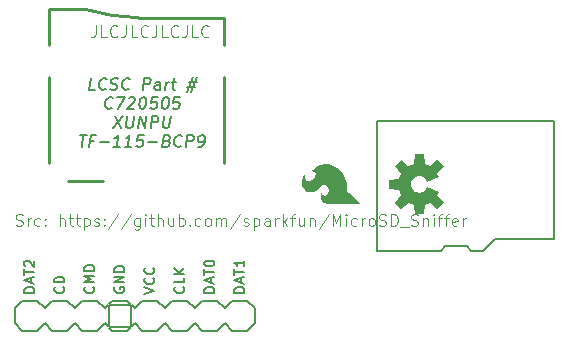
<source format=gbr>
%TF.GenerationSoftware,KiCad,Pcbnew,7.0.9*%
%TF.CreationDate,2023-12-03T03:50:30-05:00*%
%TF.ProjectId,SparkFun_MicroSD_Sniffer_v10,53706172-6b46-4756-9e5f-4d6963726f53,rev?*%
%TF.SameCoordinates,Original*%
%TF.FileFunction,Legend,Top*%
%TF.FilePolarity,Positive*%
%FSLAX46Y46*%
G04 Gerber Fmt 4.6, Leading zero omitted, Abs format (unit mm)*
G04 Created by KiCad (PCBNEW 7.0.9) date 2023-12-03 03:50:30*
%MOMM*%
%LPD*%
G01*
G04 APERTURE LIST*
G04 Aperture macros list*
%AMRoundRect*
0 Rectangle with rounded corners*
0 $1 Rounding radius*
0 $2 $3 $4 $5 $6 $7 $8 $9 X,Y pos of 4 corners*
0 Add a 4 corners polygon primitive as box body*
4,1,4,$2,$3,$4,$5,$6,$7,$8,$9,$2,$3,0*
0 Add four circle primitives for the rounded corners*
1,1,$1+$1,$2,$3*
1,1,$1+$1,$4,$5*
1,1,$1+$1,$6,$7*
1,1,$1+$1,$8,$9*
0 Add four rect primitives between the rounded corners*
20,1,$1+$1,$2,$3,$4,$5,0*
20,1,$1+$1,$4,$5,$6,$7,0*
20,1,$1+$1,$6,$7,$8,$9,0*
20,1,$1+$1,$8,$9,$2,$3,0*%
G04 Aperture macros list end*
%ADD10C,0.100000*%
%ADD11C,0.200000*%
%ADD12C,0.152400*%
%ADD13C,0.127000*%
%ADD14C,0.203200*%
%ADD15C,0.250000*%
%ADD16C,2.082800*%
%ADD17RoundRect,0.101600X0.939800X-0.939800X0.939800X0.939800X-0.939800X0.939800X-0.939800X-0.939800X0*%
%ADD18RoundRect,0.601600X0.000000X0.000000X0.000000X0.000000X0.000000X0.000000X0.000000X0.000000X0*%
%ADD19C,1.000000*%
%ADD20R,0.700000X1.600000*%
%ADD21R,1.200000X1.500000*%
%ADD22R,1.200000X2.200000*%
%ADD23R,1.600000X1.500000*%
G04 APERTURE END LIST*
D10*
X133169598Y-92812419D02*
X133169598Y-93526704D01*
X133169598Y-93526704D02*
X133121979Y-93669561D01*
X133121979Y-93669561D02*
X133026741Y-93764800D01*
X133026741Y-93764800D02*
X132883884Y-93812419D01*
X132883884Y-93812419D02*
X132788646Y-93812419D01*
X134121979Y-93812419D02*
X133645789Y-93812419D01*
X133645789Y-93812419D02*
X133645789Y-92812419D01*
X135026741Y-93717180D02*
X134979122Y-93764800D01*
X134979122Y-93764800D02*
X134836265Y-93812419D01*
X134836265Y-93812419D02*
X134741027Y-93812419D01*
X134741027Y-93812419D02*
X134598170Y-93764800D01*
X134598170Y-93764800D02*
X134502932Y-93669561D01*
X134502932Y-93669561D02*
X134455313Y-93574323D01*
X134455313Y-93574323D02*
X134407694Y-93383847D01*
X134407694Y-93383847D02*
X134407694Y-93240990D01*
X134407694Y-93240990D02*
X134455313Y-93050514D01*
X134455313Y-93050514D02*
X134502932Y-92955276D01*
X134502932Y-92955276D02*
X134598170Y-92860038D01*
X134598170Y-92860038D02*
X134741027Y-92812419D01*
X134741027Y-92812419D02*
X134836265Y-92812419D01*
X134836265Y-92812419D02*
X134979122Y-92860038D01*
X134979122Y-92860038D02*
X135026741Y-92907657D01*
X135741027Y-92812419D02*
X135741027Y-93526704D01*
X135741027Y-93526704D02*
X135693408Y-93669561D01*
X135693408Y-93669561D02*
X135598170Y-93764800D01*
X135598170Y-93764800D02*
X135455313Y-93812419D01*
X135455313Y-93812419D02*
X135360075Y-93812419D01*
X136693408Y-93812419D02*
X136217218Y-93812419D01*
X136217218Y-93812419D02*
X136217218Y-92812419D01*
X137598170Y-93717180D02*
X137550551Y-93764800D01*
X137550551Y-93764800D02*
X137407694Y-93812419D01*
X137407694Y-93812419D02*
X137312456Y-93812419D01*
X137312456Y-93812419D02*
X137169599Y-93764800D01*
X137169599Y-93764800D02*
X137074361Y-93669561D01*
X137074361Y-93669561D02*
X137026742Y-93574323D01*
X137026742Y-93574323D02*
X136979123Y-93383847D01*
X136979123Y-93383847D02*
X136979123Y-93240990D01*
X136979123Y-93240990D02*
X137026742Y-93050514D01*
X137026742Y-93050514D02*
X137074361Y-92955276D01*
X137074361Y-92955276D02*
X137169599Y-92860038D01*
X137169599Y-92860038D02*
X137312456Y-92812419D01*
X137312456Y-92812419D02*
X137407694Y-92812419D01*
X137407694Y-92812419D02*
X137550551Y-92860038D01*
X137550551Y-92860038D02*
X137598170Y-92907657D01*
X138312456Y-92812419D02*
X138312456Y-93526704D01*
X138312456Y-93526704D02*
X138264837Y-93669561D01*
X138264837Y-93669561D02*
X138169599Y-93764800D01*
X138169599Y-93764800D02*
X138026742Y-93812419D01*
X138026742Y-93812419D02*
X137931504Y-93812419D01*
X139264837Y-93812419D02*
X138788647Y-93812419D01*
X138788647Y-93812419D02*
X138788647Y-92812419D01*
X140169599Y-93717180D02*
X140121980Y-93764800D01*
X140121980Y-93764800D02*
X139979123Y-93812419D01*
X139979123Y-93812419D02*
X139883885Y-93812419D01*
X139883885Y-93812419D02*
X139741028Y-93764800D01*
X139741028Y-93764800D02*
X139645790Y-93669561D01*
X139645790Y-93669561D02*
X139598171Y-93574323D01*
X139598171Y-93574323D02*
X139550552Y-93383847D01*
X139550552Y-93383847D02*
X139550552Y-93240990D01*
X139550552Y-93240990D02*
X139598171Y-93050514D01*
X139598171Y-93050514D02*
X139645790Y-92955276D01*
X139645790Y-92955276D02*
X139741028Y-92860038D01*
X139741028Y-92860038D02*
X139883885Y-92812419D01*
X139883885Y-92812419D02*
X139979123Y-92812419D01*
X139979123Y-92812419D02*
X140121980Y-92860038D01*
X140121980Y-92860038D02*
X140169599Y-92907657D01*
X140883885Y-92812419D02*
X140883885Y-93526704D01*
X140883885Y-93526704D02*
X140836266Y-93669561D01*
X140836266Y-93669561D02*
X140741028Y-93764800D01*
X140741028Y-93764800D02*
X140598171Y-93812419D01*
X140598171Y-93812419D02*
X140502933Y-93812419D01*
X141836266Y-93812419D02*
X141360076Y-93812419D01*
X141360076Y-93812419D02*
X141360076Y-92812419D01*
X142741028Y-93717180D02*
X142693409Y-93764800D01*
X142693409Y-93764800D02*
X142550552Y-93812419D01*
X142550552Y-93812419D02*
X142455314Y-93812419D01*
X142455314Y-93812419D02*
X142312457Y-93764800D01*
X142312457Y-93764800D02*
X142217219Y-93669561D01*
X142217219Y-93669561D02*
X142169600Y-93574323D01*
X142169600Y-93574323D02*
X142121981Y-93383847D01*
X142121981Y-93383847D02*
X142121981Y-93240990D01*
X142121981Y-93240990D02*
X142169600Y-93050514D01*
X142169600Y-93050514D02*
X142217219Y-92955276D01*
X142217219Y-92955276D02*
X142312457Y-92860038D01*
X142312457Y-92860038D02*
X142455314Y-92812419D01*
X142455314Y-92812419D02*
X142550552Y-92812419D01*
X142550552Y-92812419D02*
X142693409Y-92860038D01*
X142693409Y-92860038D02*
X142741028Y-92907657D01*
D11*
X133107856Y-98277219D02*
X132631665Y-98277219D01*
X132631665Y-98277219D02*
X132756665Y-97277219D01*
X134024523Y-98181980D02*
X133970951Y-98229600D01*
X133970951Y-98229600D02*
X133822142Y-98277219D01*
X133822142Y-98277219D02*
X133726904Y-98277219D01*
X133726904Y-98277219D02*
X133589999Y-98229600D01*
X133589999Y-98229600D02*
X133506666Y-98134361D01*
X133506666Y-98134361D02*
X133470951Y-98039123D01*
X133470951Y-98039123D02*
X133447142Y-97848647D01*
X133447142Y-97848647D02*
X133464999Y-97705790D01*
X133464999Y-97705790D02*
X133536427Y-97515314D01*
X133536427Y-97515314D02*
X133595951Y-97420076D01*
X133595951Y-97420076D02*
X133703094Y-97324838D01*
X133703094Y-97324838D02*
X133851904Y-97277219D01*
X133851904Y-97277219D02*
X133947142Y-97277219D01*
X133947142Y-97277219D02*
X134084047Y-97324838D01*
X134084047Y-97324838D02*
X134125713Y-97372457D01*
X134399523Y-98229600D02*
X134536427Y-98277219D01*
X134536427Y-98277219D02*
X134774523Y-98277219D01*
X134774523Y-98277219D02*
X134875713Y-98229600D01*
X134875713Y-98229600D02*
X134929285Y-98181980D01*
X134929285Y-98181980D02*
X134988808Y-98086742D01*
X134988808Y-98086742D02*
X135000713Y-97991504D01*
X135000713Y-97991504D02*
X134964999Y-97896266D01*
X134964999Y-97896266D02*
X134923332Y-97848647D01*
X134923332Y-97848647D02*
X134834047Y-97801028D01*
X134834047Y-97801028D02*
X134649523Y-97753409D01*
X134649523Y-97753409D02*
X134560237Y-97705790D01*
X134560237Y-97705790D02*
X134518570Y-97658171D01*
X134518570Y-97658171D02*
X134482856Y-97562933D01*
X134482856Y-97562933D02*
X134494761Y-97467695D01*
X134494761Y-97467695D02*
X134554285Y-97372457D01*
X134554285Y-97372457D02*
X134607856Y-97324838D01*
X134607856Y-97324838D02*
X134709047Y-97277219D01*
X134709047Y-97277219D02*
X134947142Y-97277219D01*
X134947142Y-97277219D02*
X135084047Y-97324838D01*
X135976904Y-98181980D02*
X135923332Y-98229600D01*
X135923332Y-98229600D02*
X135774523Y-98277219D01*
X135774523Y-98277219D02*
X135679285Y-98277219D01*
X135679285Y-98277219D02*
X135542380Y-98229600D01*
X135542380Y-98229600D02*
X135459047Y-98134361D01*
X135459047Y-98134361D02*
X135423332Y-98039123D01*
X135423332Y-98039123D02*
X135399523Y-97848647D01*
X135399523Y-97848647D02*
X135417380Y-97705790D01*
X135417380Y-97705790D02*
X135488808Y-97515314D01*
X135488808Y-97515314D02*
X135548332Y-97420076D01*
X135548332Y-97420076D02*
X135655475Y-97324838D01*
X135655475Y-97324838D02*
X135804285Y-97277219D01*
X135804285Y-97277219D02*
X135899523Y-97277219D01*
X135899523Y-97277219D02*
X136036428Y-97324838D01*
X136036428Y-97324838D02*
X136078094Y-97372457D01*
X137155475Y-98277219D02*
X137280475Y-97277219D01*
X137280475Y-97277219D02*
X137661428Y-97277219D01*
X137661428Y-97277219D02*
X137750713Y-97324838D01*
X137750713Y-97324838D02*
X137792380Y-97372457D01*
X137792380Y-97372457D02*
X137828094Y-97467695D01*
X137828094Y-97467695D02*
X137810237Y-97610552D01*
X137810237Y-97610552D02*
X137750713Y-97705790D01*
X137750713Y-97705790D02*
X137697142Y-97753409D01*
X137697142Y-97753409D02*
X137595952Y-97801028D01*
X137595952Y-97801028D02*
X137214999Y-97801028D01*
X138584047Y-98277219D02*
X138649523Y-97753409D01*
X138649523Y-97753409D02*
X138613809Y-97658171D01*
X138613809Y-97658171D02*
X138524523Y-97610552D01*
X138524523Y-97610552D02*
X138334047Y-97610552D01*
X138334047Y-97610552D02*
X138232856Y-97658171D01*
X138589999Y-98229600D02*
X138488809Y-98277219D01*
X138488809Y-98277219D02*
X138250713Y-98277219D01*
X138250713Y-98277219D02*
X138161428Y-98229600D01*
X138161428Y-98229600D02*
X138125713Y-98134361D01*
X138125713Y-98134361D02*
X138137618Y-98039123D01*
X138137618Y-98039123D02*
X138197142Y-97943885D01*
X138197142Y-97943885D02*
X138298333Y-97896266D01*
X138298333Y-97896266D02*
X138536428Y-97896266D01*
X138536428Y-97896266D02*
X138637618Y-97848647D01*
X139060237Y-98277219D02*
X139143571Y-97610552D01*
X139119761Y-97801028D02*
X139179285Y-97705790D01*
X139179285Y-97705790D02*
X139232856Y-97658171D01*
X139232856Y-97658171D02*
X139334047Y-97610552D01*
X139334047Y-97610552D02*
X139429285Y-97610552D01*
X139619762Y-97610552D02*
X140000714Y-97610552D01*
X139804285Y-97277219D02*
X139697143Y-98134361D01*
X139697143Y-98134361D02*
X139732857Y-98229600D01*
X139732857Y-98229600D02*
X139822143Y-98277219D01*
X139822143Y-98277219D02*
X139917381Y-98277219D01*
X141048334Y-97610552D02*
X141762619Y-97610552D01*
X141387619Y-97181980D02*
X140941191Y-98467695D01*
X141613810Y-98039123D02*
X140899524Y-98039123D01*
X141274524Y-98467695D02*
X141720953Y-97181980D01*
X134548333Y-99791980D02*
X134494761Y-99839600D01*
X134494761Y-99839600D02*
X134345952Y-99887219D01*
X134345952Y-99887219D02*
X134250714Y-99887219D01*
X134250714Y-99887219D02*
X134113809Y-99839600D01*
X134113809Y-99839600D02*
X134030476Y-99744361D01*
X134030476Y-99744361D02*
X133994761Y-99649123D01*
X133994761Y-99649123D02*
X133970952Y-99458647D01*
X133970952Y-99458647D02*
X133988809Y-99315790D01*
X133988809Y-99315790D02*
X134060237Y-99125314D01*
X134060237Y-99125314D02*
X134119761Y-99030076D01*
X134119761Y-99030076D02*
X134226904Y-98934838D01*
X134226904Y-98934838D02*
X134375714Y-98887219D01*
X134375714Y-98887219D02*
X134470952Y-98887219D01*
X134470952Y-98887219D02*
X134607857Y-98934838D01*
X134607857Y-98934838D02*
X134649523Y-98982457D01*
X134994761Y-98887219D02*
X135661428Y-98887219D01*
X135661428Y-98887219D02*
X135107857Y-99887219D01*
X135982857Y-98982457D02*
X136036428Y-98934838D01*
X136036428Y-98934838D02*
X136137618Y-98887219D01*
X136137618Y-98887219D02*
X136375714Y-98887219D01*
X136375714Y-98887219D02*
X136464999Y-98934838D01*
X136464999Y-98934838D02*
X136506666Y-98982457D01*
X136506666Y-98982457D02*
X136542380Y-99077695D01*
X136542380Y-99077695D02*
X136530476Y-99172933D01*
X136530476Y-99172933D02*
X136464999Y-99315790D01*
X136464999Y-99315790D02*
X135822142Y-99887219D01*
X135822142Y-99887219D02*
X136441190Y-99887219D01*
X137185238Y-98887219D02*
X137280476Y-98887219D01*
X137280476Y-98887219D02*
X137369761Y-98934838D01*
X137369761Y-98934838D02*
X137411428Y-98982457D01*
X137411428Y-98982457D02*
X137447142Y-99077695D01*
X137447142Y-99077695D02*
X137470952Y-99268171D01*
X137470952Y-99268171D02*
X137441190Y-99506266D01*
X137441190Y-99506266D02*
X137369761Y-99696742D01*
X137369761Y-99696742D02*
X137310238Y-99791980D01*
X137310238Y-99791980D02*
X137256666Y-99839600D01*
X137256666Y-99839600D02*
X137155476Y-99887219D01*
X137155476Y-99887219D02*
X137060238Y-99887219D01*
X137060238Y-99887219D02*
X136970952Y-99839600D01*
X136970952Y-99839600D02*
X136929285Y-99791980D01*
X136929285Y-99791980D02*
X136893571Y-99696742D01*
X136893571Y-99696742D02*
X136869761Y-99506266D01*
X136869761Y-99506266D02*
X136899523Y-99268171D01*
X136899523Y-99268171D02*
X136970952Y-99077695D01*
X136970952Y-99077695D02*
X137030476Y-98982457D01*
X137030476Y-98982457D02*
X137084047Y-98934838D01*
X137084047Y-98934838D02*
X137185238Y-98887219D01*
X138423333Y-98887219D02*
X137947142Y-98887219D01*
X137947142Y-98887219D02*
X137840000Y-99363409D01*
X137840000Y-99363409D02*
X137893571Y-99315790D01*
X137893571Y-99315790D02*
X137994761Y-99268171D01*
X137994761Y-99268171D02*
X138232857Y-99268171D01*
X138232857Y-99268171D02*
X138322142Y-99315790D01*
X138322142Y-99315790D02*
X138363809Y-99363409D01*
X138363809Y-99363409D02*
X138399523Y-99458647D01*
X138399523Y-99458647D02*
X138369761Y-99696742D01*
X138369761Y-99696742D02*
X138310238Y-99791980D01*
X138310238Y-99791980D02*
X138256666Y-99839600D01*
X138256666Y-99839600D02*
X138155476Y-99887219D01*
X138155476Y-99887219D02*
X137917380Y-99887219D01*
X137917380Y-99887219D02*
X137828095Y-99839600D01*
X137828095Y-99839600D02*
X137786428Y-99791980D01*
X139090000Y-98887219D02*
X139185238Y-98887219D01*
X139185238Y-98887219D02*
X139274523Y-98934838D01*
X139274523Y-98934838D02*
X139316190Y-98982457D01*
X139316190Y-98982457D02*
X139351904Y-99077695D01*
X139351904Y-99077695D02*
X139375714Y-99268171D01*
X139375714Y-99268171D02*
X139345952Y-99506266D01*
X139345952Y-99506266D02*
X139274523Y-99696742D01*
X139274523Y-99696742D02*
X139215000Y-99791980D01*
X139215000Y-99791980D02*
X139161428Y-99839600D01*
X139161428Y-99839600D02*
X139060238Y-99887219D01*
X139060238Y-99887219D02*
X138965000Y-99887219D01*
X138965000Y-99887219D02*
X138875714Y-99839600D01*
X138875714Y-99839600D02*
X138834047Y-99791980D01*
X138834047Y-99791980D02*
X138798333Y-99696742D01*
X138798333Y-99696742D02*
X138774523Y-99506266D01*
X138774523Y-99506266D02*
X138804285Y-99268171D01*
X138804285Y-99268171D02*
X138875714Y-99077695D01*
X138875714Y-99077695D02*
X138935238Y-98982457D01*
X138935238Y-98982457D02*
X138988809Y-98934838D01*
X138988809Y-98934838D02*
X139090000Y-98887219D01*
X140328095Y-98887219D02*
X139851904Y-98887219D01*
X139851904Y-98887219D02*
X139744762Y-99363409D01*
X139744762Y-99363409D02*
X139798333Y-99315790D01*
X139798333Y-99315790D02*
X139899523Y-99268171D01*
X139899523Y-99268171D02*
X140137619Y-99268171D01*
X140137619Y-99268171D02*
X140226904Y-99315790D01*
X140226904Y-99315790D02*
X140268571Y-99363409D01*
X140268571Y-99363409D02*
X140304285Y-99458647D01*
X140304285Y-99458647D02*
X140274523Y-99696742D01*
X140274523Y-99696742D02*
X140215000Y-99791980D01*
X140215000Y-99791980D02*
X140161428Y-99839600D01*
X140161428Y-99839600D02*
X140060238Y-99887219D01*
X140060238Y-99887219D02*
X139822142Y-99887219D01*
X139822142Y-99887219D02*
X139732857Y-99839600D01*
X139732857Y-99839600D02*
X139691190Y-99791980D01*
X134804285Y-100497219D02*
X135345952Y-101497219D01*
X135470952Y-100497219D02*
X134679285Y-101497219D01*
X135851904Y-100497219D02*
X135750714Y-101306742D01*
X135750714Y-101306742D02*
X135786428Y-101401980D01*
X135786428Y-101401980D02*
X135828095Y-101449600D01*
X135828095Y-101449600D02*
X135917381Y-101497219D01*
X135917381Y-101497219D02*
X136107857Y-101497219D01*
X136107857Y-101497219D02*
X136209047Y-101449600D01*
X136209047Y-101449600D02*
X136262619Y-101401980D01*
X136262619Y-101401980D02*
X136322142Y-101306742D01*
X136322142Y-101306742D02*
X136423333Y-100497219D01*
X136774523Y-101497219D02*
X136899523Y-100497219D01*
X136899523Y-100497219D02*
X137345952Y-101497219D01*
X137345952Y-101497219D02*
X137470952Y-100497219D01*
X137822142Y-101497219D02*
X137947142Y-100497219D01*
X137947142Y-100497219D02*
X138328095Y-100497219D01*
X138328095Y-100497219D02*
X138417380Y-100544838D01*
X138417380Y-100544838D02*
X138459047Y-100592457D01*
X138459047Y-100592457D02*
X138494761Y-100687695D01*
X138494761Y-100687695D02*
X138476904Y-100830552D01*
X138476904Y-100830552D02*
X138417380Y-100925790D01*
X138417380Y-100925790D02*
X138363809Y-100973409D01*
X138363809Y-100973409D02*
X138262619Y-101021028D01*
X138262619Y-101021028D02*
X137881666Y-101021028D01*
X138947142Y-100497219D02*
X138845952Y-101306742D01*
X138845952Y-101306742D02*
X138881666Y-101401980D01*
X138881666Y-101401980D02*
X138923333Y-101449600D01*
X138923333Y-101449600D02*
X139012619Y-101497219D01*
X139012619Y-101497219D02*
X139203095Y-101497219D01*
X139203095Y-101497219D02*
X139304285Y-101449600D01*
X139304285Y-101449600D02*
X139357857Y-101401980D01*
X139357857Y-101401980D02*
X139417380Y-101306742D01*
X139417380Y-101306742D02*
X139518571Y-100497219D01*
X131851904Y-102107219D02*
X132423333Y-102107219D01*
X132012619Y-103107219D02*
X132137619Y-102107219D01*
X133030476Y-102583409D02*
X132697143Y-102583409D01*
X132631666Y-103107219D02*
X132756666Y-102107219D01*
X132756666Y-102107219D02*
X133232857Y-102107219D01*
X133536428Y-102726266D02*
X134298333Y-102726266D01*
X135250714Y-103107219D02*
X134679285Y-103107219D01*
X134965000Y-103107219D02*
X135090000Y-102107219D01*
X135090000Y-102107219D02*
X134976904Y-102250076D01*
X134976904Y-102250076D02*
X134869762Y-102345314D01*
X134869762Y-102345314D02*
X134768571Y-102392933D01*
X136203095Y-103107219D02*
X135631666Y-103107219D01*
X135917381Y-103107219D02*
X136042381Y-102107219D01*
X136042381Y-102107219D02*
X135929285Y-102250076D01*
X135929285Y-102250076D02*
X135822143Y-102345314D01*
X135822143Y-102345314D02*
X135720952Y-102392933D01*
X137232857Y-102107219D02*
X136756666Y-102107219D01*
X136756666Y-102107219D02*
X136649524Y-102583409D01*
X136649524Y-102583409D02*
X136703095Y-102535790D01*
X136703095Y-102535790D02*
X136804285Y-102488171D01*
X136804285Y-102488171D02*
X137042381Y-102488171D01*
X137042381Y-102488171D02*
X137131666Y-102535790D01*
X137131666Y-102535790D02*
X137173333Y-102583409D01*
X137173333Y-102583409D02*
X137209047Y-102678647D01*
X137209047Y-102678647D02*
X137179285Y-102916742D01*
X137179285Y-102916742D02*
X137119762Y-103011980D01*
X137119762Y-103011980D02*
X137066190Y-103059600D01*
X137066190Y-103059600D02*
X136965000Y-103107219D01*
X136965000Y-103107219D02*
X136726904Y-103107219D01*
X136726904Y-103107219D02*
X136637619Y-103059600D01*
X136637619Y-103059600D02*
X136595952Y-103011980D01*
X137631666Y-102726266D02*
X138393571Y-102726266D01*
X139220952Y-102583409D02*
X139357857Y-102631028D01*
X139357857Y-102631028D02*
X139399523Y-102678647D01*
X139399523Y-102678647D02*
X139435238Y-102773885D01*
X139435238Y-102773885D02*
X139417380Y-102916742D01*
X139417380Y-102916742D02*
X139357857Y-103011980D01*
X139357857Y-103011980D02*
X139304285Y-103059600D01*
X139304285Y-103059600D02*
X139203095Y-103107219D01*
X139203095Y-103107219D02*
X138822142Y-103107219D01*
X138822142Y-103107219D02*
X138947142Y-102107219D01*
X138947142Y-102107219D02*
X139280476Y-102107219D01*
X139280476Y-102107219D02*
X139369761Y-102154838D01*
X139369761Y-102154838D02*
X139411428Y-102202457D01*
X139411428Y-102202457D02*
X139447142Y-102297695D01*
X139447142Y-102297695D02*
X139435238Y-102392933D01*
X139435238Y-102392933D02*
X139375714Y-102488171D01*
X139375714Y-102488171D02*
X139322142Y-102535790D01*
X139322142Y-102535790D02*
X139220952Y-102583409D01*
X139220952Y-102583409D02*
X138887619Y-102583409D01*
X140405476Y-103011980D02*
X140351904Y-103059600D01*
X140351904Y-103059600D02*
X140203095Y-103107219D01*
X140203095Y-103107219D02*
X140107857Y-103107219D01*
X140107857Y-103107219D02*
X139970952Y-103059600D01*
X139970952Y-103059600D02*
X139887619Y-102964361D01*
X139887619Y-102964361D02*
X139851904Y-102869123D01*
X139851904Y-102869123D02*
X139828095Y-102678647D01*
X139828095Y-102678647D02*
X139845952Y-102535790D01*
X139845952Y-102535790D02*
X139917380Y-102345314D01*
X139917380Y-102345314D02*
X139976904Y-102250076D01*
X139976904Y-102250076D02*
X140084047Y-102154838D01*
X140084047Y-102154838D02*
X140232857Y-102107219D01*
X140232857Y-102107219D02*
X140328095Y-102107219D01*
X140328095Y-102107219D02*
X140465000Y-102154838D01*
X140465000Y-102154838D02*
X140506666Y-102202457D01*
X140822142Y-103107219D02*
X140947142Y-102107219D01*
X140947142Y-102107219D02*
X141328095Y-102107219D01*
X141328095Y-102107219D02*
X141417380Y-102154838D01*
X141417380Y-102154838D02*
X141459047Y-102202457D01*
X141459047Y-102202457D02*
X141494761Y-102297695D01*
X141494761Y-102297695D02*
X141476904Y-102440552D01*
X141476904Y-102440552D02*
X141417380Y-102535790D01*
X141417380Y-102535790D02*
X141363809Y-102583409D01*
X141363809Y-102583409D02*
X141262619Y-102631028D01*
X141262619Y-102631028D02*
X140881666Y-102631028D01*
X141869761Y-103107219D02*
X142060238Y-103107219D01*
X142060238Y-103107219D02*
X142161428Y-103059600D01*
X142161428Y-103059600D02*
X142215000Y-103011980D01*
X142215000Y-103011980D02*
X142328095Y-102869123D01*
X142328095Y-102869123D02*
X142399523Y-102678647D01*
X142399523Y-102678647D02*
X142447142Y-102297695D01*
X142447142Y-102297695D02*
X142411428Y-102202457D01*
X142411428Y-102202457D02*
X142369761Y-102154838D01*
X142369761Y-102154838D02*
X142280476Y-102107219D01*
X142280476Y-102107219D02*
X142090000Y-102107219D01*
X142090000Y-102107219D02*
X141988809Y-102154838D01*
X141988809Y-102154838D02*
X141935238Y-102202457D01*
X141935238Y-102202457D02*
X141875714Y-102297695D01*
X141875714Y-102297695D02*
X141845952Y-102535790D01*
X141845952Y-102535790D02*
X141881666Y-102631028D01*
X141881666Y-102631028D02*
X141923333Y-102678647D01*
X141923333Y-102678647D02*
X142012619Y-102726266D01*
X142012619Y-102726266D02*
X142203095Y-102726266D01*
X142203095Y-102726266D02*
X142304285Y-102678647D01*
X142304285Y-102678647D02*
X142357857Y-102631028D01*
X142357857Y-102631028D02*
X142417380Y-102535790D01*
D10*
X126426265Y-109754800D02*
X126569122Y-109802419D01*
X126569122Y-109802419D02*
X126807217Y-109802419D01*
X126807217Y-109802419D02*
X126902455Y-109754800D01*
X126902455Y-109754800D02*
X126950074Y-109707180D01*
X126950074Y-109707180D02*
X126997693Y-109611942D01*
X126997693Y-109611942D02*
X126997693Y-109516704D01*
X126997693Y-109516704D02*
X126950074Y-109421466D01*
X126950074Y-109421466D02*
X126902455Y-109373847D01*
X126902455Y-109373847D02*
X126807217Y-109326228D01*
X126807217Y-109326228D02*
X126616741Y-109278609D01*
X126616741Y-109278609D02*
X126521503Y-109230990D01*
X126521503Y-109230990D02*
X126473884Y-109183371D01*
X126473884Y-109183371D02*
X126426265Y-109088133D01*
X126426265Y-109088133D02*
X126426265Y-108992895D01*
X126426265Y-108992895D02*
X126473884Y-108897657D01*
X126473884Y-108897657D02*
X126521503Y-108850038D01*
X126521503Y-108850038D02*
X126616741Y-108802419D01*
X126616741Y-108802419D02*
X126854836Y-108802419D01*
X126854836Y-108802419D02*
X126997693Y-108850038D01*
X127426265Y-109802419D02*
X127426265Y-109135752D01*
X127426265Y-109326228D02*
X127473884Y-109230990D01*
X127473884Y-109230990D02*
X127521503Y-109183371D01*
X127521503Y-109183371D02*
X127616741Y-109135752D01*
X127616741Y-109135752D02*
X127711979Y-109135752D01*
X128473884Y-109754800D02*
X128378646Y-109802419D01*
X128378646Y-109802419D02*
X128188170Y-109802419D01*
X128188170Y-109802419D02*
X128092932Y-109754800D01*
X128092932Y-109754800D02*
X128045313Y-109707180D01*
X128045313Y-109707180D02*
X127997694Y-109611942D01*
X127997694Y-109611942D02*
X127997694Y-109326228D01*
X127997694Y-109326228D02*
X128045313Y-109230990D01*
X128045313Y-109230990D02*
X128092932Y-109183371D01*
X128092932Y-109183371D02*
X128188170Y-109135752D01*
X128188170Y-109135752D02*
X128378646Y-109135752D01*
X128378646Y-109135752D02*
X128473884Y-109183371D01*
X128902456Y-109707180D02*
X128950075Y-109754800D01*
X128950075Y-109754800D02*
X128902456Y-109802419D01*
X128902456Y-109802419D02*
X128854837Y-109754800D01*
X128854837Y-109754800D02*
X128902456Y-109707180D01*
X128902456Y-109707180D02*
X128902456Y-109802419D01*
X128902456Y-109183371D02*
X128950075Y-109230990D01*
X128950075Y-109230990D02*
X128902456Y-109278609D01*
X128902456Y-109278609D02*
X128854837Y-109230990D01*
X128854837Y-109230990D02*
X128902456Y-109183371D01*
X128902456Y-109183371D02*
X128902456Y-109278609D01*
X130140551Y-109802419D02*
X130140551Y-108802419D01*
X130569122Y-109802419D02*
X130569122Y-109278609D01*
X130569122Y-109278609D02*
X130521503Y-109183371D01*
X130521503Y-109183371D02*
X130426265Y-109135752D01*
X130426265Y-109135752D02*
X130283408Y-109135752D01*
X130283408Y-109135752D02*
X130188170Y-109183371D01*
X130188170Y-109183371D02*
X130140551Y-109230990D01*
X130902456Y-109135752D02*
X131283408Y-109135752D01*
X131045313Y-108802419D02*
X131045313Y-109659561D01*
X131045313Y-109659561D02*
X131092932Y-109754800D01*
X131092932Y-109754800D02*
X131188170Y-109802419D01*
X131188170Y-109802419D02*
X131283408Y-109802419D01*
X131473885Y-109135752D02*
X131854837Y-109135752D01*
X131616742Y-108802419D02*
X131616742Y-109659561D01*
X131616742Y-109659561D02*
X131664361Y-109754800D01*
X131664361Y-109754800D02*
X131759599Y-109802419D01*
X131759599Y-109802419D02*
X131854837Y-109802419D01*
X132188171Y-109135752D02*
X132188171Y-110135752D01*
X132188171Y-109183371D02*
X132283409Y-109135752D01*
X132283409Y-109135752D02*
X132473885Y-109135752D01*
X132473885Y-109135752D02*
X132569123Y-109183371D01*
X132569123Y-109183371D02*
X132616742Y-109230990D01*
X132616742Y-109230990D02*
X132664361Y-109326228D01*
X132664361Y-109326228D02*
X132664361Y-109611942D01*
X132664361Y-109611942D02*
X132616742Y-109707180D01*
X132616742Y-109707180D02*
X132569123Y-109754800D01*
X132569123Y-109754800D02*
X132473885Y-109802419D01*
X132473885Y-109802419D02*
X132283409Y-109802419D01*
X132283409Y-109802419D02*
X132188171Y-109754800D01*
X133045314Y-109754800D02*
X133140552Y-109802419D01*
X133140552Y-109802419D02*
X133331028Y-109802419D01*
X133331028Y-109802419D02*
X133426266Y-109754800D01*
X133426266Y-109754800D02*
X133473885Y-109659561D01*
X133473885Y-109659561D02*
X133473885Y-109611942D01*
X133473885Y-109611942D02*
X133426266Y-109516704D01*
X133426266Y-109516704D02*
X133331028Y-109469085D01*
X133331028Y-109469085D02*
X133188171Y-109469085D01*
X133188171Y-109469085D02*
X133092933Y-109421466D01*
X133092933Y-109421466D02*
X133045314Y-109326228D01*
X133045314Y-109326228D02*
X133045314Y-109278609D01*
X133045314Y-109278609D02*
X133092933Y-109183371D01*
X133092933Y-109183371D02*
X133188171Y-109135752D01*
X133188171Y-109135752D02*
X133331028Y-109135752D01*
X133331028Y-109135752D02*
X133426266Y-109183371D01*
X133902457Y-109707180D02*
X133950076Y-109754800D01*
X133950076Y-109754800D02*
X133902457Y-109802419D01*
X133902457Y-109802419D02*
X133854838Y-109754800D01*
X133854838Y-109754800D02*
X133902457Y-109707180D01*
X133902457Y-109707180D02*
X133902457Y-109802419D01*
X133902457Y-109183371D02*
X133950076Y-109230990D01*
X133950076Y-109230990D02*
X133902457Y-109278609D01*
X133902457Y-109278609D02*
X133854838Y-109230990D01*
X133854838Y-109230990D02*
X133902457Y-109183371D01*
X133902457Y-109183371D02*
X133902457Y-109278609D01*
X135092932Y-108754800D02*
X134235790Y-110040514D01*
X136140551Y-108754800D02*
X135283409Y-110040514D01*
X136902456Y-109135752D02*
X136902456Y-109945276D01*
X136902456Y-109945276D02*
X136854837Y-110040514D01*
X136854837Y-110040514D02*
X136807218Y-110088133D01*
X136807218Y-110088133D02*
X136711980Y-110135752D01*
X136711980Y-110135752D02*
X136569123Y-110135752D01*
X136569123Y-110135752D02*
X136473885Y-110088133D01*
X136902456Y-109754800D02*
X136807218Y-109802419D01*
X136807218Y-109802419D02*
X136616742Y-109802419D01*
X136616742Y-109802419D02*
X136521504Y-109754800D01*
X136521504Y-109754800D02*
X136473885Y-109707180D01*
X136473885Y-109707180D02*
X136426266Y-109611942D01*
X136426266Y-109611942D02*
X136426266Y-109326228D01*
X136426266Y-109326228D02*
X136473885Y-109230990D01*
X136473885Y-109230990D02*
X136521504Y-109183371D01*
X136521504Y-109183371D02*
X136616742Y-109135752D01*
X136616742Y-109135752D02*
X136807218Y-109135752D01*
X136807218Y-109135752D02*
X136902456Y-109183371D01*
X137378647Y-109802419D02*
X137378647Y-109135752D01*
X137378647Y-108802419D02*
X137331028Y-108850038D01*
X137331028Y-108850038D02*
X137378647Y-108897657D01*
X137378647Y-108897657D02*
X137426266Y-108850038D01*
X137426266Y-108850038D02*
X137378647Y-108802419D01*
X137378647Y-108802419D02*
X137378647Y-108897657D01*
X137711980Y-109135752D02*
X138092932Y-109135752D01*
X137854837Y-108802419D02*
X137854837Y-109659561D01*
X137854837Y-109659561D02*
X137902456Y-109754800D01*
X137902456Y-109754800D02*
X137997694Y-109802419D01*
X137997694Y-109802419D02*
X138092932Y-109802419D01*
X138426266Y-109802419D02*
X138426266Y-108802419D01*
X138854837Y-109802419D02*
X138854837Y-109278609D01*
X138854837Y-109278609D02*
X138807218Y-109183371D01*
X138807218Y-109183371D02*
X138711980Y-109135752D01*
X138711980Y-109135752D02*
X138569123Y-109135752D01*
X138569123Y-109135752D02*
X138473885Y-109183371D01*
X138473885Y-109183371D02*
X138426266Y-109230990D01*
X139759599Y-109135752D02*
X139759599Y-109802419D01*
X139331028Y-109135752D02*
X139331028Y-109659561D01*
X139331028Y-109659561D02*
X139378647Y-109754800D01*
X139378647Y-109754800D02*
X139473885Y-109802419D01*
X139473885Y-109802419D02*
X139616742Y-109802419D01*
X139616742Y-109802419D02*
X139711980Y-109754800D01*
X139711980Y-109754800D02*
X139759599Y-109707180D01*
X140235790Y-109802419D02*
X140235790Y-108802419D01*
X140235790Y-109183371D02*
X140331028Y-109135752D01*
X140331028Y-109135752D02*
X140521504Y-109135752D01*
X140521504Y-109135752D02*
X140616742Y-109183371D01*
X140616742Y-109183371D02*
X140664361Y-109230990D01*
X140664361Y-109230990D02*
X140711980Y-109326228D01*
X140711980Y-109326228D02*
X140711980Y-109611942D01*
X140711980Y-109611942D02*
X140664361Y-109707180D01*
X140664361Y-109707180D02*
X140616742Y-109754800D01*
X140616742Y-109754800D02*
X140521504Y-109802419D01*
X140521504Y-109802419D02*
X140331028Y-109802419D01*
X140331028Y-109802419D02*
X140235790Y-109754800D01*
X141140552Y-109707180D02*
X141188171Y-109754800D01*
X141188171Y-109754800D02*
X141140552Y-109802419D01*
X141140552Y-109802419D02*
X141092933Y-109754800D01*
X141092933Y-109754800D02*
X141140552Y-109707180D01*
X141140552Y-109707180D02*
X141140552Y-109802419D01*
X142045313Y-109754800D02*
X141950075Y-109802419D01*
X141950075Y-109802419D02*
X141759599Y-109802419D01*
X141759599Y-109802419D02*
X141664361Y-109754800D01*
X141664361Y-109754800D02*
X141616742Y-109707180D01*
X141616742Y-109707180D02*
X141569123Y-109611942D01*
X141569123Y-109611942D02*
X141569123Y-109326228D01*
X141569123Y-109326228D02*
X141616742Y-109230990D01*
X141616742Y-109230990D02*
X141664361Y-109183371D01*
X141664361Y-109183371D02*
X141759599Y-109135752D01*
X141759599Y-109135752D02*
X141950075Y-109135752D01*
X141950075Y-109135752D02*
X142045313Y-109183371D01*
X142616742Y-109802419D02*
X142521504Y-109754800D01*
X142521504Y-109754800D02*
X142473885Y-109707180D01*
X142473885Y-109707180D02*
X142426266Y-109611942D01*
X142426266Y-109611942D02*
X142426266Y-109326228D01*
X142426266Y-109326228D02*
X142473885Y-109230990D01*
X142473885Y-109230990D02*
X142521504Y-109183371D01*
X142521504Y-109183371D02*
X142616742Y-109135752D01*
X142616742Y-109135752D02*
X142759599Y-109135752D01*
X142759599Y-109135752D02*
X142854837Y-109183371D01*
X142854837Y-109183371D02*
X142902456Y-109230990D01*
X142902456Y-109230990D02*
X142950075Y-109326228D01*
X142950075Y-109326228D02*
X142950075Y-109611942D01*
X142950075Y-109611942D02*
X142902456Y-109707180D01*
X142902456Y-109707180D02*
X142854837Y-109754800D01*
X142854837Y-109754800D02*
X142759599Y-109802419D01*
X142759599Y-109802419D02*
X142616742Y-109802419D01*
X143378647Y-109802419D02*
X143378647Y-109135752D01*
X143378647Y-109230990D02*
X143426266Y-109183371D01*
X143426266Y-109183371D02*
X143521504Y-109135752D01*
X143521504Y-109135752D02*
X143664361Y-109135752D01*
X143664361Y-109135752D02*
X143759599Y-109183371D01*
X143759599Y-109183371D02*
X143807218Y-109278609D01*
X143807218Y-109278609D02*
X143807218Y-109802419D01*
X143807218Y-109278609D02*
X143854837Y-109183371D01*
X143854837Y-109183371D02*
X143950075Y-109135752D01*
X143950075Y-109135752D02*
X144092932Y-109135752D01*
X144092932Y-109135752D02*
X144188171Y-109183371D01*
X144188171Y-109183371D02*
X144235790Y-109278609D01*
X144235790Y-109278609D02*
X144235790Y-109802419D01*
X145426265Y-108754800D02*
X144569123Y-110040514D01*
X145711980Y-109754800D02*
X145807218Y-109802419D01*
X145807218Y-109802419D02*
X145997694Y-109802419D01*
X145997694Y-109802419D02*
X146092932Y-109754800D01*
X146092932Y-109754800D02*
X146140551Y-109659561D01*
X146140551Y-109659561D02*
X146140551Y-109611942D01*
X146140551Y-109611942D02*
X146092932Y-109516704D01*
X146092932Y-109516704D02*
X145997694Y-109469085D01*
X145997694Y-109469085D02*
X145854837Y-109469085D01*
X145854837Y-109469085D02*
X145759599Y-109421466D01*
X145759599Y-109421466D02*
X145711980Y-109326228D01*
X145711980Y-109326228D02*
X145711980Y-109278609D01*
X145711980Y-109278609D02*
X145759599Y-109183371D01*
X145759599Y-109183371D02*
X145854837Y-109135752D01*
X145854837Y-109135752D02*
X145997694Y-109135752D01*
X145997694Y-109135752D02*
X146092932Y-109183371D01*
X146569123Y-109135752D02*
X146569123Y-110135752D01*
X146569123Y-109183371D02*
X146664361Y-109135752D01*
X146664361Y-109135752D02*
X146854837Y-109135752D01*
X146854837Y-109135752D02*
X146950075Y-109183371D01*
X146950075Y-109183371D02*
X146997694Y-109230990D01*
X146997694Y-109230990D02*
X147045313Y-109326228D01*
X147045313Y-109326228D02*
X147045313Y-109611942D01*
X147045313Y-109611942D02*
X146997694Y-109707180D01*
X146997694Y-109707180D02*
X146950075Y-109754800D01*
X146950075Y-109754800D02*
X146854837Y-109802419D01*
X146854837Y-109802419D02*
X146664361Y-109802419D01*
X146664361Y-109802419D02*
X146569123Y-109754800D01*
X147902456Y-109802419D02*
X147902456Y-109278609D01*
X147902456Y-109278609D02*
X147854837Y-109183371D01*
X147854837Y-109183371D02*
X147759599Y-109135752D01*
X147759599Y-109135752D02*
X147569123Y-109135752D01*
X147569123Y-109135752D02*
X147473885Y-109183371D01*
X147902456Y-109754800D02*
X147807218Y-109802419D01*
X147807218Y-109802419D02*
X147569123Y-109802419D01*
X147569123Y-109802419D02*
X147473885Y-109754800D01*
X147473885Y-109754800D02*
X147426266Y-109659561D01*
X147426266Y-109659561D02*
X147426266Y-109564323D01*
X147426266Y-109564323D02*
X147473885Y-109469085D01*
X147473885Y-109469085D02*
X147569123Y-109421466D01*
X147569123Y-109421466D02*
X147807218Y-109421466D01*
X147807218Y-109421466D02*
X147902456Y-109373847D01*
X148378647Y-109802419D02*
X148378647Y-109135752D01*
X148378647Y-109326228D02*
X148426266Y-109230990D01*
X148426266Y-109230990D02*
X148473885Y-109183371D01*
X148473885Y-109183371D02*
X148569123Y-109135752D01*
X148569123Y-109135752D02*
X148664361Y-109135752D01*
X148997695Y-109802419D02*
X148997695Y-108802419D01*
X149092933Y-109421466D02*
X149378647Y-109802419D01*
X149378647Y-109135752D02*
X148997695Y-109516704D01*
X149664362Y-109135752D02*
X150045314Y-109135752D01*
X149807219Y-109802419D02*
X149807219Y-108945276D01*
X149807219Y-108945276D02*
X149854838Y-108850038D01*
X149854838Y-108850038D02*
X149950076Y-108802419D01*
X149950076Y-108802419D02*
X150045314Y-108802419D01*
X150807219Y-109135752D02*
X150807219Y-109802419D01*
X150378648Y-109135752D02*
X150378648Y-109659561D01*
X150378648Y-109659561D02*
X150426267Y-109754800D01*
X150426267Y-109754800D02*
X150521505Y-109802419D01*
X150521505Y-109802419D02*
X150664362Y-109802419D01*
X150664362Y-109802419D02*
X150759600Y-109754800D01*
X150759600Y-109754800D02*
X150807219Y-109707180D01*
X151283410Y-109135752D02*
X151283410Y-109802419D01*
X151283410Y-109230990D02*
X151331029Y-109183371D01*
X151331029Y-109183371D02*
X151426267Y-109135752D01*
X151426267Y-109135752D02*
X151569124Y-109135752D01*
X151569124Y-109135752D02*
X151664362Y-109183371D01*
X151664362Y-109183371D02*
X151711981Y-109278609D01*
X151711981Y-109278609D02*
X151711981Y-109802419D01*
X152902457Y-108754800D02*
X152045315Y-110040514D01*
X153235791Y-109802419D02*
X153235791Y-108802419D01*
X153235791Y-108802419D02*
X153569124Y-109516704D01*
X153569124Y-109516704D02*
X153902457Y-108802419D01*
X153902457Y-108802419D02*
X153902457Y-109802419D01*
X154378648Y-109802419D02*
X154378648Y-109135752D01*
X154378648Y-108802419D02*
X154331029Y-108850038D01*
X154331029Y-108850038D02*
X154378648Y-108897657D01*
X154378648Y-108897657D02*
X154426267Y-108850038D01*
X154426267Y-108850038D02*
X154378648Y-108802419D01*
X154378648Y-108802419D02*
X154378648Y-108897657D01*
X155283409Y-109754800D02*
X155188171Y-109802419D01*
X155188171Y-109802419D02*
X154997695Y-109802419D01*
X154997695Y-109802419D02*
X154902457Y-109754800D01*
X154902457Y-109754800D02*
X154854838Y-109707180D01*
X154854838Y-109707180D02*
X154807219Y-109611942D01*
X154807219Y-109611942D02*
X154807219Y-109326228D01*
X154807219Y-109326228D02*
X154854838Y-109230990D01*
X154854838Y-109230990D02*
X154902457Y-109183371D01*
X154902457Y-109183371D02*
X154997695Y-109135752D01*
X154997695Y-109135752D02*
X155188171Y-109135752D01*
X155188171Y-109135752D02*
X155283409Y-109183371D01*
X155711981Y-109802419D02*
X155711981Y-109135752D01*
X155711981Y-109326228D02*
X155759600Y-109230990D01*
X155759600Y-109230990D02*
X155807219Y-109183371D01*
X155807219Y-109183371D02*
X155902457Y-109135752D01*
X155902457Y-109135752D02*
X155997695Y-109135752D01*
X156473886Y-109802419D02*
X156378648Y-109754800D01*
X156378648Y-109754800D02*
X156331029Y-109707180D01*
X156331029Y-109707180D02*
X156283410Y-109611942D01*
X156283410Y-109611942D02*
X156283410Y-109326228D01*
X156283410Y-109326228D02*
X156331029Y-109230990D01*
X156331029Y-109230990D02*
X156378648Y-109183371D01*
X156378648Y-109183371D02*
X156473886Y-109135752D01*
X156473886Y-109135752D02*
X156616743Y-109135752D01*
X156616743Y-109135752D02*
X156711981Y-109183371D01*
X156711981Y-109183371D02*
X156759600Y-109230990D01*
X156759600Y-109230990D02*
X156807219Y-109326228D01*
X156807219Y-109326228D02*
X156807219Y-109611942D01*
X156807219Y-109611942D02*
X156759600Y-109707180D01*
X156759600Y-109707180D02*
X156711981Y-109754800D01*
X156711981Y-109754800D02*
X156616743Y-109802419D01*
X156616743Y-109802419D02*
X156473886Y-109802419D01*
X157188172Y-109754800D02*
X157331029Y-109802419D01*
X157331029Y-109802419D02*
X157569124Y-109802419D01*
X157569124Y-109802419D02*
X157664362Y-109754800D01*
X157664362Y-109754800D02*
X157711981Y-109707180D01*
X157711981Y-109707180D02*
X157759600Y-109611942D01*
X157759600Y-109611942D02*
X157759600Y-109516704D01*
X157759600Y-109516704D02*
X157711981Y-109421466D01*
X157711981Y-109421466D02*
X157664362Y-109373847D01*
X157664362Y-109373847D02*
X157569124Y-109326228D01*
X157569124Y-109326228D02*
X157378648Y-109278609D01*
X157378648Y-109278609D02*
X157283410Y-109230990D01*
X157283410Y-109230990D02*
X157235791Y-109183371D01*
X157235791Y-109183371D02*
X157188172Y-109088133D01*
X157188172Y-109088133D02*
X157188172Y-108992895D01*
X157188172Y-108992895D02*
X157235791Y-108897657D01*
X157235791Y-108897657D02*
X157283410Y-108850038D01*
X157283410Y-108850038D02*
X157378648Y-108802419D01*
X157378648Y-108802419D02*
X157616743Y-108802419D01*
X157616743Y-108802419D02*
X157759600Y-108850038D01*
X158188172Y-109802419D02*
X158188172Y-108802419D01*
X158188172Y-108802419D02*
X158426267Y-108802419D01*
X158426267Y-108802419D02*
X158569124Y-108850038D01*
X158569124Y-108850038D02*
X158664362Y-108945276D01*
X158664362Y-108945276D02*
X158711981Y-109040514D01*
X158711981Y-109040514D02*
X158759600Y-109230990D01*
X158759600Y-109230990D02*
X158759600Y-109373847D01*
X158759600Y-109373847D02*
X158711981Y-109564323D01*
X158711981Y-109564323D02*
X158664362Y-109659561D01*
X158664362Y-109659561D02*
X158569124Y-109754800D01*
X158569124Y-109754800D02*
X158426267Y-109802419D01*
X158426267Y-109802419D02*
X158188172Y-109802419D01*
X158950077Y-109897657D02*
X159711981Y-109897657D01*
X159902458Y-109754800D02*
X160045315Y-109802419D01*
X160045315Y-109802419D02*
X160283410Y-109802419D01*
X160283410Y-109802419D02*
X160378648Y-109754800D01*
X160378648Y-109754800D02*
X160426267Y-109707180D01*
X160426267Y-109707180D02*
X160473886Y-109611942D01*
X160473886Y-109611942D02*
X160473886Y-109516704D01*
X160473886Y-109516704D02*
X160426267Y-109421466D01*
X160426267Y-109421466D02*
X160378648Y-109373847D01*
X160378648Y-109373847D02*
X160283410Y-109326228D01*
X160283410Y-109326228D02*
X160092934Y-109278609D01*
X160092934Y-109278609D02*
X159997696Y-109230990D01*
X159997696Y-109230990D02*
X159950077Y-109183371D01*
X159950077Y-109183371D02*
X159902458Y-109088133D01*
X159902458Y-109088133D02*
X159902458Y-108992895D01*
X159902458Y-108992895D02*
X159950077Y-108897657D01*
X159950077Y-108897657D02*
X159997696Y-108850038D01*
X159997696Y-108850038D02*
X160092934Y-108802419D01*
X160092934Y-108802419D02*
X160331029Y-108802419D01*
X160331029Y-108802419D02*
X160473886Y-108850038D01*
X160902458Y-109135752D02*
X160902458Y-109802419D01*
X160902458Y-109230990D02*
X160950077Y-109183371D01*
X160950077Y-109183371D02*
X161045315Y-109135752D01*
X161045315Y-109135752D02*
X161188172Y-109135752D01*
X161188172Y-109135752D02*
X161283410Y-109183371D01*
X161283410Y-109183371D02*
X161331029Y-109278609D01*
X161331029Y-109278609D02*
X161331029Y-109802419D01*
X161807220Y-109802419D02*
X161807220Y-109135752D01*
X161807220Y-108802419D02*
X161759601Y-108850038D01*
X161759601Y-108850038D02*
X161807220Y-108897657D01*
X161807220Y-108897657D02*
X161854839Y-108850038D01*
X161854839Y-108850038D02*
X161807220Y-108802419D01*
X161807220Y-108802419D02*
X161807220Y-108897657D01*
X162140553Y-109135752D02*
X162521505Y-109135752D01*
X162283410Y-109802419D02*
X162283410Y-108945276D01*
X162283410Y-108945276D02*
X162331029Y-108850038D01*
X162331029Y-108850038D02*
X162426267Y-108802419D01*
X162426267Y-108802419D02*
X162521505Y-108802419D01*
X162711982Y-109135752D02*
X163092934Y-109135752D01*
X162854839Y-109802419D02*
X162854839Y-108945276D01*
X162854839Y-108945276D02*
X162902458Y-108850038D01*
X162902458Y-108850038D02*
X162997696Y-108802419D01*
X162997696Y-108802419D02*
X163092934Y-108802419D01*
X163807220Y-109754800D02*
X163711982Y-109802419D01*
X163711982Y-109802419D02*
X163521506Y-109802419D01*
X163521506Y-109802419D02*
X163426268Y-109754800D01*
X163426268Y-109754800D02*
X163378649Y-109659561D01*
X163378649Y-109659561D02*
X163378649Y-109278609D01*
X163378649Y-109278609D02*
X163426268Y-109183371D01*
X163426268Y-109183371D02*
X163521506Y-109135752D01*
X163521506Y-109135752D02*
X163711982Y-109135752D01*
X163711982Y-109135752D02*
X163807220Y-109183371D01*
X163807220Y-109183371D02*
X163854839Y-109278609D01*
X163854839Y-109278609D02*
X163854839Y-109373847D01*
X163854839Y-109373847D02*
X163378649Y-109469085D01*
X164283411Y-109802419D02*
X164283411Y-109135752D01*
X164283411Y-109326228D02*
X164331030Y-109230990D01*
X164331030Y-109230990D02*
X164378649Y-109183371D01*
X164378649Y-109183371D02*
X164473887Y-109135752D01*
X164473887Y-109135752D02*
X164569125Y-109135752D01*
D12*
X137287687Y-115565289D02*
X138151287Y-115277422D01*
X138151287Y-115277422D02*
X137287687Y-114989556D01*
X138069040Y-114208203D02*
X138110164Y-114249327D01*
X138110164Y-114249327D02*
X138151287Y-114372698D01*
X138151287Y-114372698D02*
X138151287Y-114454946D01*
X138151287Y-114454946D02*
X138110164Y-114578317D01*
X138110164Y-114578317D02*
X138027916Y-114660565D01*
X138027916Y-114660565D02*
X137945668Y-114701688D01*
X137945668Y-114701688D02*
X137781173Y-114742812D01*
X137781173Y-114742812D02*
X137657802Y-114742812D01*
X137657802Y-114742812D02*
X137493306Y-114701688D01*
X137493306Y-114701688D02*
X137411059Y-114660565D01*
X137411059Y-114660565D02*
X137328811Y-114578317D01*
X137328811Y-114578317D02*
X137287687Y-114454946D01*
X137287687Y-114454946D02*
X137287687Y-114372698D01*
X137287687Y-114372698D02*
X137328811Y-114249327D01*
X137328811Y-114249327D02*
X137369935Y-114208203D01*
X138069040Y-113344603D02*
X138110164Y-113385727D01*
X138110164Y-113385727D02*
X138151287Y-113509098D01*
X138151287Y-113509098D02*
X138151287Y-113591346D01*
X138151287Y-113591346D02*
X138110164Y-113714717D01*
X138110164Y-113714717D02*
X138027916Y-113796965D01*
X138027916Y-113796965D02*
X137945668Y-113838088D01*
X137945668Y-113838088D02*
X137781173Y-113879212D01*
X137781173Y-113879212D02*
X137657802Y-113879212D01*
X137657802Y-113879212D02*
X137493306Y-113838088D01*
X137493306Y-113838088D02*
X137411059Y-113796965D01*
X137411059Y-113796965D02*
X137328811Y-113714717D01*
X137328811Y-113714717D02*
X137287687Y-113591346D01*
X137287687Y-113591346D02*
X137287687Y-113509098D01*
X137287687Y-113509098D02*
X137328811Y-113385727D01*
X137328811Y-113385727D02*
X137369935Y-113344603D01*
X127991287Y-115441917D02*
X127127687Y-115441917D01*
X127127687Y-115441917D02*
X127127687Y-115236298D01*
X127127687Y-115236298D02*
X127168811Y-115112927D01*
X127168811Y-115112927D02*
X127251059Y-115030679D01*
X127251059Y-115030679D02*
X127333306Y-114989556D01*
X127333306Y-114989556D02*
X127497802Y-114948432D01*
X127497802Y-114948432D02*
X127621173Y-114948432D01*
X127621173Y-114948432D02*
X127785668Y-114989556D01*
X127785668Y-114989556D02*
X127867916Y-115030679D01*
X127867916Y-115030679D02*
X127950164Y-115112927D01*
X127950164Y-115112927D02*
X127991287Y-115236298D01*
X127991287Y-115236298D02*
X127991287Y-115441917D01*
X127744544Y-114619441D02*
X127744544Y-114208203D01*
X127991287Y-114701689D02*
X127127687Y-114413822D01*
X127127687Y-114413822D02*
X127991287Y-114125956D01*
X127127687Y-113961460D02*
X127127687Y-113467974D01*
X127991287Y-113714717D02*
X127127687Y-113714717D01*
X127209935Y-113221231D02*
X127168811Y-113180107D01*
X127168811Y-113180107D02*
X127127687Y-113097860D01*
X127127687Y-113097860D02*
X127127687Y-112892241D01*
X127127687Y-112892241D02*
X127168811Y-112809993D01*
X127168811Y-112809993D02*
X127209935Y-112768869D01*
X127209935Y-112768869D02*
X127292183Y-112727746D01*
X127292183Y-112727746D02*
X127374430Y-112727746D01*
X127374430Y-112727746D02*
X127497802Y-112768869D01*
X127497802Y-112768869D02*
X127991287Y-113262355D01*
X127991287Y-113262355D02*
X127991287Y-112727746D01*
X132989040Y-114948432D02*
X133030164Y-114989556D01*
X133030164Y-114989556D02*
X133071287Y-115112927D01*
X133071287Y-115112927D02*
X133071287Y-115195175D01*
X133071287Y-115195175D02*
X133030164Y-115318546D01*
X133030164Y-115318546D02*
X132947916Y-115400794D01*
X132947916Y-115400794D02*
X132865668Y-115441917D01*
X132865668Y-115441917D02*
X132701173Y-115483041D01*
X132701173Y-115483041D02*
X132577802Y-115483041D01*
X132577802Y-115483041D02*
X132413306Y-115441917D01*
X132413306Y-115441917D02*
X132331059Y-115400794D01*
X132331059Y-115400794D02*
X132248811Y-115318546D01*
X132248811Y-115318546D02*
X132207687Y-115195175D01*
X132207687Y-115195175D02*
X132207687Y-115112927D01*
X132207687Y-115112927D02*
X132248811Y-114989556D01*
X132248811Y-114989556D02*
X132289935Y-114948432D01*
X133071287Y-114578317D02*
X132207687Y-114578317D01*
X132207687Y-114578317D02*
X132824544Y-114290451D01*
X132824544Y-114290451D02*
X132207687Y-114002584D01*
X132207687Y-114002584D02*
X133071287Y-114002584D01*
X133071287Y-113591346D02*
X132207687Y-113591346D01*
X132207687Y-113591346D02*
X132207687Y-113385727D01*
X132207687Y-113385727D02*
X132248811Y-113262356D01*
X132248811Y-113262356D02*
X132331059Y-113180108D01*
X132331059Y-113180108D02*
X132413306Y-113138985D01*
X132413306Y-113138985D02*
X132577802Y-113097861D01*
X132577802Y-113097861D02*
X132701173Y-113097861D01*
X132701173Y-113097861D02*
X132865668Y-113138985D01*
X132865668Y-113138985D02*
X132947916Y-113180108D01*
X132947916Y-113180108D02*
X133030164Y-113262356D01*
X133030164Y-113262356D02*
X133071287Y-113385727D01*
X133071287Y-113385727D02*
X133071287Y-113591346D01*
X134788811Y-114989556D02*
X134747687Y-115071803D01*
X134747687Y-115071803D02*
X134747687Y-115195175D01*
X134747687Y-115195175D02*
X134788811Y-115318546D01*
X134788811Y-115318546D02*
X134871059Y-115400794D01*
X134871059Y-115400794D02*
X134953306Y-115441917D01*
X134953306Y-115441917D02*
X135117802Y-115483041D01*
X135117802Y-115483041D02*
X135241173Y-115483041D01*
X135241173Y-115483041D02*
X135405668Y-115441917D01*
X135405668Y-115441917D02*
X135487916Y-115400794D01*
X135487916Y-115400794D02*
X135570164Y-115318546D01*
X135570164Y-115318546D02*
X135611287Y-115195175D01*
X135611287Y-115195175D02*
X135611287Y-115112927D01*
X135611287Y-115112927D02*
X135570164Y-114989556D01*
X135570164Y-114989556D02*
X135529040Y-114948432D01*
X135529040Y-114948432D02*
X135241173Y-114948432D01*
X135241173Y-114948432D02*
X135241173Y-115112927D01*
X135611287Y-114578317D02*
X134747687Y-114578317D01*
X134747687Y-114578317D02*
X135611287Y-114084832D01*
X135611287Y-114084832D02*
X134747687Y-114084832D01*
X135611287Y-113673593D02*
X134747687Y-113673593D01*
X134747687Y-113673593D02*
X134747687Y-113467974D01*
X134747687Y-113467974D02*
X134788811Y-113344603D01*
X134788811Y-113344603D02*
X134871059Y-113262355D01*
X134871059Y-113262355D02*
X134953306Y-113221232D01*
X134953306Y-113221232D02*
X135117802Y-113180108D01*
X135117802Y-113180108D02*
X135241173Y-113180108D01*
X135241173Y-113180108D02*
X135405668Y-113221232D01*
X135405668Y-113221232D02*
X135487916Y-113262355D01*
X135487916Y-113262355D02*
X135570164Y-113344603D01*
X135570164Y-113344603D02*
X135611287Y-113467974D01*
X135611287Y-113467974D02*
X135611287Y-113673593D01*
X143231287Y-115441917D02*
X142367687Y-115441917D01*
X142367687Y-115441917D02*
X142367687Y-115236298D01*
X142367687Y-115236298D02*
X142408811Y-115112927D01*
X142408811Y-115112927D02*
X142491059Y-115030679D01*
X142491059Y-115030679D02*
X142573306Y-114989556D01*
X142573306Y-114989556D02*
X142737802Y-114948432D01*
X142737802Y-114948432D02*
X142861173Y-114948432D01*
X142861173Y-114948432D02*
X143025668Y-114989556D01*
X143025668Y-114989556D02*
X143107916Y-115030679D01*
X143107916Y-115030679D02*
X143190164Y-115112927D01*
X143190164Y-115112927D02*
X143231287Y-115236298D01*
X143231287Y-115236298D02*
X143231287Y-115441917D01*
X142984544Y-114619441D02*
X142984544Y-114208203D01*
X143231287Y-114701689D02*
X142367687Y-114413822D01*
X142367687Y-114413822D02*
X143231287Y-114125956D01*
X142367687Y-113961460D02*
X142367687Y-113467974D01*
X143231287Y-113714717D02*
X142367687Y-113714717D01*
X142367687Y-113015612D02*
X142367687Y-112933365D01*
X142367687Y-112933365D02*
X142408811Y-112851117D01*
X142408811Y-112851117D02*
X142449935Y-112809993D01*
X142449935Y-112809993D02*
X142532183Y-112768869D01*
X142532183Y-112768869D02*
X142696678Y-112727746D01*
X142696678Y-112727746D02*
X142902297Y-112727746D01*
X142902297Y-112727746D02*
X143066792Y-112768869D01*
X143066792Y-112768869D02*
X143149040Y-112809993D01*
X143149040Y-112809993D02*
X143190164Y-112851117D01*
X143190164Y-112851117D02*
X143231287Y-112933365D01*
X143231287Y-112933365D02*
X143231287Y-113015612D01*
X143231287Y-113015612D02*
X143190164Y-113097860D01*
X143190164Y-113097860D02*
X143149040Y-113138984D01*
X143149040Y-113138984D02*
X143066792Y-113180107D01*
X143066792Y-113180107D02*
X142902297Y-113221231D01*
X142902297Y-113221231D02*
X142696678Y-113221231D01*
X142696678Y-113221231D02*
X142532183Y-113180107D01*
X142532183Y-113180107D02*
X142449935Y-113138984D01*
X142449935Y-113138984D02*
X142408811Y-113097860D01*
X142408811Y-113097860D02*
X142367687Y-113015612D01*
X145771287Y-115441917D02*
X144907687Y-115441917D01*
X144907687Y-115441917D02*
X144907687Y-115236298D01*
X144907687Y-115236298D02*
X144948811Y-115112927D01*
X144948811Y-115112927D02*
X145031059Y-115030679D01*
X145031059Y-115030679D02*
X145113306Y-114989556D01*
X145113306Y-114989556D02*
X145277802Y-114948432D01*
X145277802Y-114948432D02*
X145401173Y-114948432D01*
X145401173Y-114948432D02*
X145565668Y-114989556D01*
X145565668Y-114989556D02*
X145647916Y-115030679D01*
X145647916Y-115030679D02*
X145730164Y-115112927D01*
X145730164Y-115112927D02*
X145771287Y-115236298D01*
X145771287Y-115236298D02*
X145771287Y-115441917D01*
X145524544Y-114619441D02*
X145524544Y-114208203D01*
X145771287Y-114701689D02*
X144907687Y-114413822D01*
X144907687Y-114413822D02*
X145771287Y-114125956D01*
X144907687Y-113961460D02*
X144907687Y-113467974D01*
X145771287Y-113714717D02*
X144907687Y-113714717D01*
X145771287Y-112727746D02*
X145771287Y-113221231D01*
X145771287Y-112974488D02*
X144907687Y-112974488D01*
X144907687Y-112974488D02*
X145031059Y-113056736D01*
X145031059Y-113056736D02*
X145113306Y-113138984D01*
X145113306Y-113138984D02*
X145154430Y-113221231D01*
X140609040Y-114948432D02*
X140650164Y-114989556D01*
X140650164Y-114989556D02*
X140691287Y-115112927D01*
X140691287Y-115112927D02*
X140691287Y-115195175D01*
X140691287Y-115195175D02*
X140650164Y-115318546D01*
X140650164Y-115318546D02*
X140567916Y-115400794D01*
X140567916Y-115400794D02*
X140485668Y-115441917D01*
X140485668Y-115441917D02*
X140321173Y-115483041D01*
X140321173Y-115483041D02*
X140197802Y-115483041D01*
X140197802Y-115483041D02*
X140033306Y-115441917D01*
X140033306Y-115441917D02*
X139951059Y-115400794D01*
X139951059Y-115400794D02*
X139868811Y-115318546D01*
X139868811Y-115318546D02*
X139827687Y-115195175D01*
X139827687Y-115195175D02*
X139827687Y-115112927D01*
X139827687Y-115112927D02*
X139868811Y-114989556D01*
X139868811Y-114989556D02*
X139909935Y-114948432D01*
X140691287Y-114167079D02*
X140691287Y-114578317D01*
X140691287Y-114578317D02*
X139827687Y-114578317D01*
X140691287Y-113879212D02*
X139827687Y-113879212D01*
X140691287Y-113385727D02*
X140197802Y-113755841D01*
X139827687Y-113385727D02*
X140321173Y-113879212D01*
X130449040Y-114948432D02*
X130490164Y-114989556D01*
X130490164Y-114989556D02*
X130531287Y-115112927D01*
X130531287Y-115112927D02*
X130531287Y-115195175D01*
X130531287Y-115195175D02*
X130490164Y-115318546D01*
X130490164Y-115318546D02*
X130407916Y-115400794D01*
X130407916Y-115400794D02*
X130325668Y-115441917D01*
X130325668Y-115441917D02*
X130161173Y-115483041D01*
X130161173Y-115483041D02*
X130037802Y-115483041D01*
X130037802Y-115483041D02*
X129873306Y-115441917D01*
X129873306Y-115441917D02*
X129791059Y-115400794D01*
X129791059Y-115400794D02*
X129708811Y-115318546D01*
X129708811Y-115318546D02*
X129667687Y-115195175D01*
X129667687Y-115195175D02*
X129667687Y-115112927D01*
X129667687Y-115112927D02*
X129708811Y-114989556D01*
X129708811Y-114989556D02*
X129749935Y-114948432D01*
X130531287Y-114578317D02*
X129667687Y-114578317D01*
X129667687Y-114578317D02*
X129667687Y-114372698D01*
X129667687Y-114372698D02*
X129708811Y-114249327D01*
X129708811Y-114249327D02*
X129791059Y-114167079D01*
X129791059Y-114167079D02*
X129873306Y-114125956D01*
X129873306Y-114125956D02*
X130037802Y-114084832D01*
X130037802Y-114084832D02*
X130161173Y-114084832D01*
X130161173Y-114084832D02*
X130325668Y-114125956D01*
X130325668Y-114125956D02*
X130407916Y-114167079D01*
X130407916Y-114167079D02*
X130490164Y-114249327D01*
X130490164Y-114249327D02*
X130531287Y-114372698D01*
X130531287Y-114372698D02*
X130531287Y-114578317D01*
D13*
%TO.C,U1*%
X156996100Y-111914200D02*
X162396100Y-111914200D01*
X162396100Y-111914200D02*
X162796100Y-111514200D01*
X164996100Y-111914200D02*
X165996100Y-111914200D01*
X165996100Y-111914200D02*
X166996100Y-110914200D01*
X162796100Y-111514200D02*
X164596100Y-111514200D01*
X164596100Y-111514200D02*
X164996100Y-111914200D01*
X166996100Y-110914200D02*
X171996100Y-110914200D01*
X171996100Y-110914200D02*
X171996100Y-100914200D01*
X156996100Y-100914200D02*
X156996100Y-111914200D01*
X171996100Y-100914200D02*
X156996100Y-100914200D01*
D14*
%TO.C,JP1*%
X126326900Y-116763800D02*
X126326900Y-118033800D01*
X126326900Y-118033800D02*
X126961900Y-118668800D01*
X126961900Y-116128800D02*
X126326900Y-116763800D01*
X126961900Y-116128800D02*
X128231900Y-116128800D01*
X128231900Y-116128800D02*
X128866900Y-116763800D01*
X128231900Y-118668800D02*
X126961900Y-118668800D01*
X128866900Y-116763800D02*
X129501900Y-116128800D01*
X128866900Y-118033800D02*
X128231900Y-118668800D01*
X129501900Y-116128800D02*
X130771900Y-116128800D01*
X129501900Y-118668800D02*
X128866900Y-118033800D01*
X130771900Y-116128800D02*
X131406900Y-116763800D01*
X130771900Y-118668800D02*
X129501900Y-118668800D01*
X131406900Y-116763800D02*
X132041900Y-116128800D01*
X131406900Y-118033800D02*
X130771900Y-118668800D01*
X132041900Y-116128800D02*
X133311900Y-116128800D01*
X132041900Y-118668800D02*
X131406900Y-118033800D01*
X133311900Y-116128800D02*
X133946900Y-116763800D01*
X133311900Y-118668800D02*
X132041900Y-118668800D01*
X133946900Y-118033800D02*
X133311900Y-118668800D01*
X133946900Y-118033800D02*
X134581900Y-118668800D01*
X134581900Y-116128800D02*
X133946900Y-116763800D01*
X134581900Y-116128800D02*
X135851900Y-116128800D01*
X135851900Y-116128800D02*
X136486900Y-116763800D01*
X135851900Y-118668800D02*
X134581900Y-118668800D01*
X136486900Y-116763800D02*
X137121900Y-116128800D01*
X136486900Y-118033800D02*
X135851900Y-118668800D01*
X137121900Y-116128800D02*
X138391900Y-116128800D01*
X137121900Y-118668800D02*
X136486900Y-118033800D01*
X138391900Y-116128800D02*
X139026900Y-116763800D01*
X138391900Y-118668800D02*
X137121900Y-118668800D01*
X139026900Y-116763800D02*
X139661900Y-116128800D01*
X139026900Y-118033800D02*
X138391900Y-118668800D01*
X139661900Y-116128800D02*
X140931900Y-116128800D01*
X139661900Y-118668800D02*
X139026900Y-118033800D01*
X140931900Y-116128800D02*
X141566900Y-116763800D01*
X140931900Y-118668800D02*
X139661900Y-118668800D01*
X141566900Y-118033800D02*
X140931900Y-118668800D01*
X141566900Y-118033800D02*
X142201900Y-118668800D01*
X142201900Y-116128800D02*
X141566900Y-116763800D01*
X142201900Y-116128800D02*
X143471900Y-116128800D01*
X143471900Y-116128800D02*
X144106900Y-116763800D01*
X143471900Y-118668800D02*
X142201900Y-118668800D01*
X144106900Y-118033800D02*
X143471900Y-118668800D01*
X144106900Y-118033800D02*
X144741900Y-118668800D01*
X144741900Y-116128800D02*
X144106900Y-116763800D01*
X144741900Y-116128800D02*
X146011900Y-116128800D01*
X146011900Y-116128800D02*
X146646900Y-116763800D01*
X146011900Y-118668800D02*
X144741900Y-118668800D01*
X146646900Y-116763800D02*
X146646900Y-118033800D01*
X146646900Y-118033800D02*
X146011900Y-118668800D01*
%TO.C,LOGO1*%
G36*
X161022790Y-104546751D02*
G01*
X161464216Y-104729570D01*
X162110419Y-104202653D01*
X162637047Y-104729281D01*
X162112877Y-105372116D01*
X162258111Y-105653896D01*
X161261513Y-106066710D01*
X161029701Y-105742064D01*
X160902002Y-105652874D01*
X160753443Y-105593136D01*
X160595246Y-105568420D01*
X160435549Y-105579997D01*
X160282563Y-105627274D01*
X160144181Y-105707811D01*
X160027509Y-105817470D01*
X159938553Y-105950606D01*
X159881896Y-106100366D01*
X159860454Y-106259037D01*
X159875326Y-106418465D01*
X159925751Y-106570436D01*
X160009128Y-106707126D01*
X160121178Y-106821514D01*
X160256118Y-106907698D01*
X160407016Y-106961250D01*
X160561462Y-106978883D01*
X160890266Y-106899954D01*
X161024455Y-106810290D01*
X161137067Y-106688458D01*
X161255024Y-106477803D01*
X162255048Y-106892035D01*
X162160869Y-107094994D01*
X162114300Y-107176830D01*
X162637047Y-107817919D01*
X162110419Y-108344547D01*
X161464216Y-107817630D01*
X161022790Y-108000449D01*
X160938571Y-108830000D01*
X160193629Y-108830000D01*
X160109410Y-108000449D01*
X159667984Y-107817630D01*
X159021781Y-108344547D01*
X158495153Y-107817919D01*
X159019335Y-107175070D01*
X158908639Y-106960117D01*
X158834945Y-106729853D01*
X158009700Y-106646071D01*
X158009700Y-105901129D01*
X158834945Y-105817347D01*
X158908639Y-105587083D01*
X159019335Y-105372130D01*
X158495153Y-104729281D01*
X159021781Y-104202653D01*
X159664630Y-104726835D01*
X159879583Y-104616139D01*
X160109847Y-104542445D01*
X160193629Y-103717200D01*
X160938571Y-103717200D01*
X161022790Y-104546751D01*
G37*
D15*
%TO.C,Card1*%
X144040000Y-97180000D02*
X144040000Y-104470000D01*
X144040000Y-92170000D02*
X144040000Y-94520000D01*
X144040000Y-92170000D02*
X138880000Y-92170000D01*
X138880000Y-92170000D02*
X136800000Y-92170000D01*
X130840000Y-105960000D02*
X133830000Y-105960000D01*
X129240000Y-104430000D02*
X129240000Y-97180000D01*
X129240000Y-94520000D02*
X129240000Y-91460000D01*
X129240000Y-91460000D02*
X132250000Y-91450000D01*
X129240000Y-91460000D02*
X129250000Y-91450000D01*
X132249042Y-91450792D02*
G75*
G03*
X136800000Y-92170000I4830952J15810753D01*
G01*
%TO.C,LOGO2*%
G36*
X152914517Y-104593080D02*
G01*
X153275030Y-104693222D01*
X153645472Y-104883449D01*
X153825752Y-105023667D01*
X153985990Y-105173890D01*
X154116187Y-105344147D01*
X154236343Y-105534395D01*
X154326498Y-105734739D01*
X154386598Y-105955106D01*
X154416640Y-106195442D01*
X154416640Y-106585258D01*
X154446499Y-106694739D01*
X154496314Y-106804333D01*
X154566095Y-106904019D01*
X154655943Y-107003851D01*
X154765820Y-107113728D01*
X154895785Y-107223699D01*
X155035826Y-107353736D01*
X155165820Y-107473731D01*
X155285769Y-107583685D01*
X155405763Y-107683680D01*
X155505733Y-107773653D01*
X155595707Y-107843632D01*
X155665827Y-107903735D01*
X155705604Y-107943512D01*
X155734860Y-107958140D01*
X153154033Y-107958140D01*
X152963875Y-107948132D01*
X152803591Y-107928096D01*
X152663131Y-107887965D01*
X152552703Y-107827731D01*
X152462416Y-107757508D01*
X152382126Y-107677218D01*
X152321840Y-107586789D01*
X152281688Y-107486408D01*
X152251626Y-107376184D01*
X152231560Y-107275852D01*
X152231560Y-107095419D01*
X152241629Y-107024939D01*
X152261711Y-106974737D01*
X152271560Y-106945187D01*
X152271560Y-106929468D01*
X152286188Y-106944095D01*
X152296372Y-106964464D01*
X152316419Y-107004559D01*
X152336333Y-107054344D01*
X152366108Y-107094044D01*
X152405996Y-107143904D01*
X152445768Y-107183676D01*
X152485294Y-107213321D01*
X152544513Y-107233060D01*
X152613745Y-107233060D01*
X152683174Y-107213224D01*
X152742596Y-107183512D01*
X152802231Y-107123877D01*
X152861848Y-107054325D01*
X152891667Y-106964866D01*
X152921560Y-106855258D01*
X152921560Y-106695955D01*
X152881767Y-106556679D01*
X152802165Y-106437275D01*
X152702819Y-106347864D01*
X152573717Y-106308140D01*
X152434664Y-106308140D01*
X152285495Y-106377753D01*
X152135832Y-106507461D01*
X151965777Y-106677515D01*
X151795451Y-106807764D01*
X151615034Y-106897973D01*
X151444466Y-106948140D01*
X151273665Y-106948140D01*
X151102938Y-106887883D01*
X150942367Y-106777491D01*
X150801971Y-106607010D01*
X150681696Y-106376483D01*
X150631546Y-106155822D01*
X150641577Y-105955192D01*
X150691690Y-105774786D01*
X150751811Y-105624482D01*
X150821965Y-105504219D01*
X150872009Y-105434157D01*
X150896640Y-105397211D01*
X150896640Y-105415913D01*
X150886640Y-105455912D01*
X150886640Y-105585464D01*
X150896605Y-105675148D01*
X150916496Y-105754712D01*
X150956226Y-105834171D01*
X151025867Y-105913761D01*
X151075476Y-105953448D01*
X151135148Y-105983284D01*
X151184788Y-106003140D01*
X151244100Y-106013026D01*
X151303540Y-106003119D01*
X151373022Y-105983267D01*
X151432722Y-105943466D01*
X151512509Y-105893600D01*
X151562231Y-105843877D01*
X151622102Y-105774028D01*
X151672033Y-105704124D01*
X151721917Y-105634288D01*
X151761724Y-105554674D01*
X151781658Y-105484902D01*
X151801560Y-105415245D01*
X151801560Y-105346123D01*
X151771957Y-105277049D01*
X151722526Y-105227618D01*
X151673206Y-105198026D01*
X151613682Y-105188105D01*
X151554144Y-105178182D01*
X151504352Y-105188140D01*
X151439517Y-105188140D01*
X151542099Y-105024008D01*
X151712565Y-104853543D01*
X151953062Y-104723274D01*
X152233477Y-104623125D01*
X152563981Y-104573049D01*
X152914517Y-104593080D01*
G37*
%TD*%
%LPC*%
D16*
%TO.C,JP1*%
X127596900Y-117398800D03*
X130136900Y-117398800D03*
X132676900Y-117398800D03*
D17*
X135216900Y-117398800D03*
D16*
X137756900Y-117398800D03*
X140296900Y-117398800D03*
X142836900Y-117398800D03*
X145376900Y-117398800D03*
%TD*%
D18*
%TO.C,FID1*%
X126276100Y-93573600D03*
%TD*%
%TO.C,FID2*%
X147104100Y-111607600D03*
%TD*%
D19*
%TO.C,Card1*%
X141610000Y-95450000D03*
X133610000Y-95450000D03*
D20*
X134410000Y-106450000D03*
X135510000Y-106450000D03*
X136610000Y-106450000D03*
X137710000Y-106450000D03*
X138810000Y-106450000D03*
X139910000Y-106450000D03*
X141010000Y-106450000D03*
X142110000Y-106450000D03*
X143210000Y-106450000D03*
D21*
X144410000Y-105450000D03*
D22*
X144410000Y-95850000D03*
D23*
X129810000Y-105450000D03*
D22*
X128910000Y-95850000D03*
%TD*%
%LPD*%
M02*

</source>
